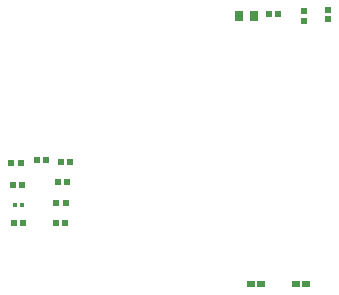
<source format=gbp>
G04*
G04 #@! TF.GenerationSoftware,Altium Limited,Altium Designer,23.9.2 (47)*
G04*
G04 Layer_Color=128*
%FSLAX44Y44*%
%MOMM*%
G71*
G04*
G04 #@! TF.SameCoordinates,250A9CB9-7403-4FF4-BB43-A60BEB693519*
G04*
G04*
G04 #@! TF.FilePolarity,Positive*
G04*
G01*
G75*
%ADD30R,0.5153X0.4725*%
%ADD32R,0.5200X0.5200*%
%ADD39R,0.4541X0.3627*%
%ADD40R,0.6631X0.5955*%
%ADD46R,0.7581X0.8121*%
%ADD97R,0.6281X0.6062*%
%ADD98R,0.5200X0.5200*%
D30*
X163879Y141713D02*
D03*
X171450D02*
D03*
X132080Y89844D02*
D03*
X124509D02*
D03*
X167676Y90536D02*
D03*
X160105D02*
D03*
X130761Y121920D02*
D03*
X123190D02*
D03*
D32*
X151320Y143510D02*
D03*
X143320D02*
D03*
X167830Y106680D02*
D03*
X159830D02*
D03*
X121730Y140970D02*
D03*
X129730D02*
D03*
X347980Y266700D02*
D03*
X339980D02*
D03*
D39*
X125227Y105410D02*
D03*
X131313D02*
D03*
D40*
X371428Y38100D02*
D03*
X363297D02*
D03*
X325197D02*
D03*
X333328D02*
D03*
D46*
X314960Y265430D02*
D03*
X327500D02*
D03*
D97*
X168990Y124460D02*
D03*
X161210D02*
D03*
D98*
X389890Y270700D02*
D03*
Y262700D02*
D03*
X369570Y269430D02*
D03*
Y261430D02*
D03*
M02*

</source>
